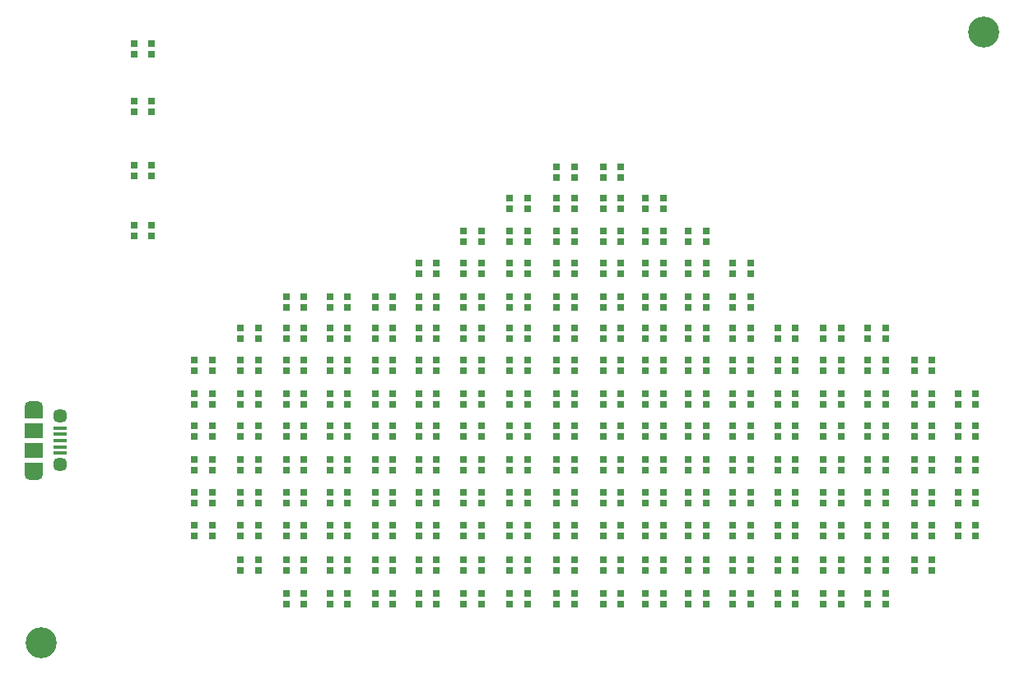
<source format=gts>
G04 #@! TF.GenerationSoftware,KiCad,Pcbnew,(5.1.9)-1*
G04 #@! TF.CreationDate,2021-06-06T22:24:57-05:00*
G04 #@! TF.ProjectId,AirCloud,41697243-6c6f-4756-942e-6b696361645f,rev?*
G04 #@! TF.SameCoordinates,Original*
G04 #@! TF.FileFunction,Soldermask,Top*
G04 #@! TF.FilePolarity,Negative*
%FSLAX46Y46*%
G04 Gerber Fmt 4.6, Leading zero omitted, Abs format (unit mm)*
G04 Created by KiCad (PCBNEW (5.1.9)-1) date 2021-06-06 22:24:58*
%MOMM*%
%LPD*%
G01*
G04 APERTURE LIST*
%ADD10R,0.700000X0.700000*%
%ADD11C,3.200000*%
%ADD12R,1.900000X1.500000*%
%ADD13C,1.450000*%
%ADD14R,1.350000X0.400000*%
%ADD15O,1.900000X1.200000*%
%ADD16R,1.900000X1.200000*%
G04 APERTURE END LIST*
D10*
X145885000Y-73150000D03*
X145885000Y-74250000D03*
X147715000Y-74250000D03*
X147715000Y-73150000D03*
X204715000Y-120450000D03*
X204715000Y-119350000D03*
X202885000Y-119350000D03*
X202885000Y-120450000D03*
X202885000Y-100250000D03*
X202885000Y-99150000D03*
X204715000Y-99150000D03*
X204715000Y-100250000D03*
X179785000Y-96850000D03*
X179785000Y-95750000D03*
X181615000Y-95750000D03*
X181615000Y-96850000D03*
X200315000Y-100250000D03*
X200315000Y-99150000D03*
X198485000Y-99150000D03*
X198485000Y-100250000D03*
X145885000Y-79050000D03*
X145885000Y-80150000D03*
X147715000Y-80150000D03*
X147715000Y-79050000D03*
X145885000Y-85650000D03*
X145885000Y-86750000D03*
X147715000Y-86750000D03*
X147715000Y-85650000D03*
X145885000Y-91850000D03*
X145885000Y-92950000D03*
X147715000Y-92950000D03*
X147715000Y-91850000D03*
D11*
X233300000Y-71900000D03*
X136300000Y-134800000D03*
D12*
X135562500Y-115000000D03*
D13*
X138262500Y-111500000D03*
D14*
X138262500Y-113350000D03*
X138262500Y-112700000D03*
X138262500Y-115300000D03*
X138262500Y-114650000D03*
X138262500Y-114000000D03*
D13*
X138262500Y-116500000D03*
D12*
X135562500Y-113000000D03*
D15*
X135562500Y-110500000D03*
X135562500Y-117500000D03*
D16*
X135562500Y-116900000D03*
X135562500Y-111100000D03*
D10*
X191165000Y-86900000D03*
X191165000Y-85800000D03*
X189335000Y-85800000D03*
X189335000Y-86900000D03*
X194135000Y-86900000D03*
X194135000Y-85800000D03*
X195965000Y-85800000D03*
X195965000Y-86900000D03*
X186365000Y-90150000D03*
X186365000Y-89050000D03*
X184535000Y-89050000D03*
X184535000Y-90150000D03*
X189335000Y-90150000D03*
X189335000Y-89050000D03*
X191165000Y-89050000D03*
X191165000Y-90150000D03*
X195965000Y-90150000D03*
X195965000Y-89050000D03*
X194135000Y-89050000D03*
X194135000Y-90150000D03*
X198485000Y-90150000D03*
X198485000Y-89050000D03*
X200315000Y-89050000D03*
X200315000Y-90150000D03*
X179785000Y-93500000D03*
X179785000Y-92400000D03*
X181615000Y-92400000D03*
X181615000Y-93500000D03*
X186365000Y-93500000D03*
X186365000Y-92400000D03*
X184535000Y-92400000D03*
X184535000Y-93500000D03*
X189335000Y-93500000D03*
X189335000Y-92400000D03*
X191165000Y-92400000D03*
X191165000Y-93500000D03*
X195965000Y-93500000D03*
X195965000Y-92400000D03*
X194135000Y-92400000D03*
X194135000Y-93500000D03*
X198485000Y-93500000D03*
X198485000Y-92400000D03*
X200315000Y-92400000D03*
X200315000Y-93500000D03*
X204715000Y-93500000D03*
X204715000Y-92400000D03*
X202885000Y-92400000D03*
X202885000Y-93500000D03*
X175185000Y-96850000D03*
X175185000Y-95750000D03*
X177015000Y-95750000D03*
X177015000Y-96850000D03*
X184535000Y-96850000D03*
X184535000Y-95750000D03*
X186365000Y-95750000D03*
X186365000Y-96850000D03*
X191165000Y-96850000D03*
X191165000Y-95750000D03*
X189335000Y-95750000D03*
X189335000Y-96850000D03*
X194135000Y-96850000D03*
X194135000Y-95750000D03*
X195965000Y-95750000D03*
X195965000Y-96850000D03*
X200315000Y-96850000D03*
X200315000Y-95750000D03*
X198485000Y-95750000D03*
X198485000Y-96850000D03*
X202885000Y-96850000D03*
X202885000Y-95750000D03*
X204715000Y-95750000D03*
X204715000Y-96850000D03*
X209315000Y-96850000D03*
X209315000Y-95750000D03*
X207485000Y-95750000D03*
X207485000Y-96850000D03*
X161535000Y-100250000D03*
X161535000Y-99150000D03*
X163365000Y-99150000D03*
X163365000Y-100250000D03*
X167865000Y-100250000D03*
X167865000Y-99150000D03*
X166035000Y-99150000D03*
X166035000Y-100250000D03*
X172515000Y-100250000D03*
X172515000Y-99150000D03*
X170685000Y-99150000D03*
X170685000Y-100250000D03*
X177015000Y-100250000D03*
X177015000Y-99150000D03*
X175185000Y-99150000D03*
X175185000Y-100250000D03*
X179785000Y-100250000D03*
X179785000Y-99150000D03*
X181615000Y-99150000D03*
X181615000Y-100250000D03*
X186365000Y-100250000D03*
X186365000Y-99150000D03*
X184535000Y-99150000D03*
X184535000Y-100250000D03*
X189335000Y-100250000D03*
X189335000Y-99150000D03*
X191165000Y-99150000D03*
X191165000Y-100250000D03*
X195965000Y-100250000D03*
X195965000Y-99150000D03*
X194135000Y-99150000D03*
X194135000Y-100250000D03*
X209315000Y-100250000D03*
X209315000Y-99150000D03*
X207485000Y-99150000D03*
X207485000Y-100250000D03*
X156835000Y-103550000D03*
X156835000Y-102450000D03*
X158665000Y-102450000D03*
X158665000Y-103550000D03*
X163365000Y-103500000D03*
X163365000Y-102400000D03*
X161535000Y-102400000D03*
X161535000Y-103500000D03*
X166035000Y-103500000D03*
X166035000Y-102400000D03*
X167865000Y-102400000D03*
X167865000Y-103500000D03*
X170685000Y-103500000D03*
X170685000Y-102400000D03*
X172515000Y-102400000D03*
X172515000Y-103500000D03*
X175185000Y-103500000D03*
X175185000Y-102400000D03*
X177015000Y-102400000D03*
X177015000Y-103500000D03*
X181615000Y-103500000D03*
X181615000Y-102400000D03*
X179785000Y-102400000D03*
X179785000Y-103500000D03*
X184535000Y-103500000D03*
X184535000Y-102400000D03*
X186365000Y-102400000D03*
X186365000Y-103500000D03*
X191165000Y-103500000D03*
X191165000Y-102400000D03*
X189335000Y-102400000D03*
X189335000Y-103500000D03*
X194135000Y-103500000D03*
X194135000Y-102400000D03*
X195965000Y-102400000D03*
X195965000Y-103500000D03*
X200315000Y-103500000D03*
X200315000Y-102400000D03*
X198485000Y-102400000D03*
X198485000Y-103500000D03*
X202885000Y-103500000D03*
X202885000Y-102400000D03*
X204715000Y-102400000D03*
X204715000Y-103500000D03*
X209315000Y-103500000D03*
X209315000Y-102400000D03*
X207485000Y-102400000D03*
X207485000Y-103500000D03*
X212085000Y-103500000D03*
X212085000Y-102400000D03*
X213915000Y-102400000D03*
X213915000Y-103500000D03*
X218615000Y-103500000D03*
X218615000Y-102400000D03*
X216785000Y-102400000D03*
X216785000Y-103500000D03*
X221385000Y-103500000D03*
X221385000Y-102400000D03*
X223215000Y-102400000D03*
X223215000Y-103500000D03*
X153915000Y-106850000D03*
X153915000Y-105750000D03*
X152085000Y-105750000D03*
X152085000Y-106850000D03*
X156835000Y-106850000D03*
X156835000Y-105750000D03*
X158665000Y-105750000D03*
X158665000Y-106850000D03*
X163365000Y-106850000D03*
X163365000Y-105750000D03*
X161535000Y-105750000D03*
X161535000Y-106850000D03*
X166035000Y-106850000D03*
X166035000Y-105750000D03*
X167865000Y-105750000D03*
X167865000Y-106850000D03*
X170685000Y-106850000D03*
X170685000Y-105750000D03*
X172515000Y-105750000D03*
X172515000Y-106850000D03*
X175185000Y-106850000D03*
X175185000Y-105750000D03*
X177015000Y-105750000D03*
X177015000Y-106850000D03*
X181615000Y-106850000D03*
X181615000Y-105750000D03*
X179785000Y-105750000D03*
X179785000Y-106850000D03*
X184535000Y-106850000D03*
X184535000Y-105750000D03*
X186365000Y-105750000D03*
X186365000Y-106850000D03*
X191165000Y-106850000D03*
X191165000Y-105750000D03*
X189335000Y-105750000D03*
X189335000Y-106850000D03*
X195965000Y-106850000D03*
X195965000Y-105750000D03*
X194135000Y-105750000D03*
X194135000Y-106850000D03*
X198485000Y-106850000D03*
X198485000Y-105750000D03*
X200315000Y-105750000D03*
X200315000Y-106850000D03*
X204715000Y-106850000D03*
X204715000Y-105750000D03*
X202885000Y-105750000D03*
X202885000Y-106850000D03*
X207485000Y-106850000D03*
X207485000Y-105750000D03*
X209315000Y-105750000D03*
X209315000Y-106850000D03*
X213915000Y-106850000D03*
X213915000Y-105750000D03*
X212085000Y-105750000D03*
X212085000Y-106850000D03*
X216785000Y-106850000D03*
X216785000Y-105750000D03*
X218615000Y-105750000D03*
X218615000Y-106850000D03*
X223215000Y-106850000D03*
X223215000Y-105750000D03*
X221385000Y-105750000D03*
X221385000Y-106850000D03*
X226135000Y-106850000D03*
X226135000Y-105750000D03*
X227965000Y-105750000D03*
X227965000Y-106850000D03*
X153915000Y-110250000D03*
X153915000Y-109150000D03*
X152085000Y-109150000D03*
X152085000Y-110250000D03*
X156835000Y-110250000D03*
X156835000Y-109150000D03*
X158665000Y-109150000D03*
X158665000Y-110250000D03*
X163365000Y-110250000D03*
X163365000Y-109150000D03*
X161535000Y-109150000D03*
X161535000Y-110250000D03*
X166035000Y-110250000D03*
X166035000Y-109150000D03*
X167865000Y-109150000D03*
X167865000Y-110250000D03*
X170685000Y-110250000D03*
X170685000Y-109150000D03*
X172515000Y-109150000D03*
X172515000Y-110250000D03*
X175185000Y-110250000D03*
X175185000Y-109150000D03*
X177015000Y-109150000D03*
X177015000Y-110250000D03*
X181615000Y-110250000D03*
X181615000Y-109150000D03*
X179785000Y-109150000D03*
X179785000Y-110250000D03*
X184535000Y-110250000D03*
X184535000Y-109150000D03*
X186365000Y-109150000D03*
X186365000Y-110250000D03*
X191165000Y-110250000D03*
X191165000Y-109150000D03*
X189335000Y-109150000D03*
X189335000Y-110250000D03*
X194135000Y-110250000D03*
X194135000Y-109150000D03*
X195965000Y-109150000D03*
X195965000Y-110250000D03*
X200315000Y-110250000D03*
X200315000Y-109150000D03*
X198485000Y-109150000D03*
X198485000Y-110250000D03*
X202885000Y-110250000D03*
X202885000Y-109150000D03*
X204715000Y-109150000D03*
X204715000Y-110250000D03*
X209315000Y-110250000D03*
X209315000Y-109150000D03*
X207485000Y-109150000D03*
X207485000Y-110250000D03*
X212085000Y-110250000D03*
X212085000Y-109150000D03*
X213915000Y-109150000D03*
X213915000Y-110250000D03*
X218615000Y-110250000D03*
X218615000Y-109150000D03*
X216785000Y-109150000D03*
X216785000Y-110250000D03*
X221385000Y-110250000D03*
X221385000Y-109150000D03*
X223215000Y-109150000D03*
X223215000Y-110250000D03*
X227965000Y-110250000D03*
X227965000Y-109150000D03*
X226135000Y-109150000D03*
X226135000Y-110250000D03*
X230635000Y-110250000D03*
X230635000Y-109150000D03*
X232465000Y-109150000D03*
X232465000Y-110250000D03*
X153915000Y-113550000D03*
X153915000Y-112450000D03*
X152085000Y-112450000D03*
X152085000Y-113550000D03*
X156835000Y-113550000D03*
X156835000Y-112450000D03*
X158665000Y-112450000D03*
X158665000Y-113550000D03*
X163365000Y-113550000D03*
X163365000Y-112450000D03*
X161535000Y-112450000D03*
X161535000Y-113550000D03*
X166035000Y-113550000D03*
X166035000Y-112450000D03*
X167865000Y-112450000D03*
X167865000Y-113550000D03*
X170685000Y-113550000D03*
X170685000Y-112450000D03*
X172515000Y-112450000D03*
X172515000Y-113550000D03*
X175185000Y-113550000D03*
X175185000Y-112450000D03*
X177015000Y-112450000D03*
X177015000Y-113550000D03*
X181615000Y-113550000D03*
X181615000Y-112450000D03*
X179785000Y-112450000D03*
X179785000Y-113550000D03*
X184535000Y-113550000D03*
X184535000Y-112450000D03*
X186365000Y-112450000D03*
X186365000Y-113550000D03*
X191165000Y-113550000D03*
X191165000Y-112450000D03*
X189335000Y-112450000D03*
X189335000Y-113550000D03*
X194135000Y-113550000D03*
X194135000Y-112450000D03*
X195965000Y-112450000D03*
X195965000Y-113550000D03*
X200315000Y-113550000D03*
X200315000Y-112450000D03*
X198485000Y-112450000D03*
X198485000Y-113550000D03*
X202885000Y-113550000D03*
X202885000Y-112450000D03*
X204715000Y-112450000D03*
X204715000Y-113550000D03*
X209315000Y-113550000D03*
X209315000Y-112450000D03*
X207485000Y-112450000D03*
X207485000Y-113550000D03*
X212085000Y-113550000D03*
X212085000Y-112450000D03*
X213915000Y-112450000D03*
X213915000Y-113550000D03*
X216785000Y-113550000D03*
X216785000Y-112450000D03*
X218615000Y-112450000D03*
X218615000Y-113550000D03*
X221385000Y-113550000D03*
X221385000Y-112450000D03*
X223215000Y-112450000D03*
X223215000Y-113550000D03*
X227965000Y-113550000D03*
X227965000Y-112450000D03*
X226135000Y-112450000D03*
X226135000Y-113550000D03*
X230635000Y-113550000D03*
X230635000Y-112450000D03*
X232465000Y-112450000D03*
X232465000Y-113550000D03*
X153915000Y-117050000D03*
X153915000Y-115950000D03*
X152085000Y-115950000D03*
X152085000Y-117050000D03*
X156835000Y-117050000D03*
X156835000Y-115950000D03*
X158665000Y-115950000D03*
X158665000Y-117050000D03*
X163365000Y-117050000D03*
X163365000Y-115950000D03*
X161535000Y-115950000D03*
X161535000Y-117050000D03*
X166035000Y-117050000D03*
X166035000Y-115950000D03*
X167865000Y-115950000D03*
X167865000Y-117050000D03*
X170685000Y-117050000D03*
X170685000Y-115950000D03*
X172515000Y-115950000D03*
X172515000Y-117050000D03*
X175185000Y-117050000D03*
X175185000Y-115950000D03*
X177015000Y-115950000D03*
X177015000Y-117050000D03*
X181615000Y-117050000D03*
X181615000Y-115950000D03*
X179785000Y-115950000D03*
X179785000Y-117050000D03*
X184535000Y-117050000D03*
X184535000Y-115950000D03*
X186365000Y-115950000D03*
X186365000Y-117050000D03*
X191165000Y-117050000D03*
X191165000Y-115950000D03*
X189335000Y-115950000D03*
X189335000Y-117050000D03*
X194135000Y-117050000D03*
X194135000Y-115950000D03*
X195965000Y-115950000D03*
X195965000Y-117050000D03*
X200315000Y-117050000D03*
X200315000Y-115950000D03*
X198485000Y-115950000D03*
X198485000Y-117050000D03*
X204715000Y-117050000D03*
X204715000Y-115950000D03*
X202885000Y-115950000D03*
X202885000Y-117050000D03*
X207485000Y-117050000D03*
X207485000Y-115950000D03*
X209315000Y-115950000D03*
X209315000Y-117050000D03*
X213915000Y-117050000D03*
X213915000Y-115950000D03*
X212085000Y-115950000D03*
X212085000Y-117050000D03*
X216785000Y-117050000D03*
X216785000Y-115950000D03*
X218615000Y-115950000D03*
X218615000Y-117050000D03*
X223215000Y-117050000D03*
X223215000Y-115950000D03*
X221385000Y-115950000D03*
X221385000Y-117050000D03*
X226135000Y-117050000D03*
X226135000Y-115950000D03*
X227965000Y-115950000D03*
X227965000Y-117050000D03*
X232465000Y-117050000D03*
X232465000Y-115950000D03*
X230635000Y-115950000D03*
X230635000Y-117050000D03*
X152085000Y-120450000D03*
X152085000Y-119350000D03*
X153915000Y-119350000D03*
X153915000Y-120450000D03*
X158665000Y-120450000D03*
X158665000Y-119350000D03*
X156835000Y-119350000D03*
X156835000Y-120450000D03*
X161535000Y-120450000D03*
X161535000Y-119350000D03*
X163365000Y-119350000D03*
X163365000Y-120450000D03*
X167865000Y-120450000D03*
X167865000Y-119350000D03*
X166035000Y-119350000D03*
X166035000Y-120450000D03*
X172515000Y-120450000D03*
X172515000Y-119350000D03*
X170685000Y-119350000D03*
X170685000Y-120450000D03*
X177015000Y-120450000D03*
X177015000Y-119350000D03*
X175185000Y-119350000D03*
X175185000Y-120450000D03*
X179785000Y-120450000D03*
X179785000Y-119350000D03*
X181615000Y-119350000D03*
X181615000Y-120450000D03*
X186365000Y-120450000D03*
X186365000Y-119350000D03*
X184535000Y-119350000D03*
X184535000Y-120450000D03*
X189335000Y-120450000D03*
X189335000Y-119350000D03*
X191165000Y-119350000D03*
X191165000Y-120450000D03*
X195965000Y-120450000D03*
X195965000Y-119350000D03*
X194135000Y-119350000D03*
X194135000Y-120450000D03*
X198485000Y-120450000D03*
X198485000Y-119350000D03*
X200315000Y-119350000D03*
X200315000Y-120450000D03*
X207485000Y-120450000D03*
X207485000Y-119350000D03*
X209315000Y-119350000D03*
X209315000Y-120450000D03*
X213915000Y-120450000D03*
X213915000Y-119350000D03*
X212085000Y-119350000D03*
X212085000Y-120450000D03*
X216785000Y-120450000D03*
X216785000Y-119350000D03*
X218615000Y-119350000D03*
X218615000Y-120450000D03*
X223215000Y-120450000D03*
X223215000Y-119350000D03*
X221385000Y-119350000D03*
X221385000Y-120450000D03*
X226135000Y-120450000D03*
X226135000Y-119350000D03*
X227965000Y-119350000D03*
X227965000Y-120450000D03*
X232465000Y-120450000D03*
X232465000Y-119350000D03*
X230635000Y-119350000D03*
X230635000Y-120450000D03*
X152085000Y-123850000D03*
X152085000Y-122750000D03*
X153915000Y-122750000D03*
X153915000Y-123850000D03*
X158665000Y-123850000D03*
X158665000Y-122750000D03*
X156835000Y-122750000D03*
X156835000Y-123850000D03*
X161535000Y-123850000D03*
X161535000Y-122750000D03*
X163365000Y-122750000D03*
X163365000Y-123850000D03*
X167865000Y-123850000D03*
X167865000Y-122750000D03*
X166035000Y-122750000D03*
X166035000Y-123850000D03*
X172515000Y-123850000D03*
X172515000Y-122750000D03*
X170685000Y-122750000D03*
X170685000Y-123850000D03*
X177015000Y-123850000D03*
X177015000Y-122750000D03*
X175185000Y-122750000D03*
X175185000Y-123850000D03*
X179785000Y-123850000D03*
X179785000Y-122750000D03*
X181615000Y-122750000D03*
X181615000Y-123850000D03*
X186365000Y-123850000D03*
X186365000Y-122750000D03*
X184535000Y-122750000D03*
X184535000Y-123850000D03*
X189335000Y-123850000D03*
X189335000Y-122750000D03*
X191165000Y-122750000D03*
X191165000Y-123850000D03*
X195965000Y-123850000D03*
X195965000Y-122750000D03*
X194135000Y-122750000D03*
X194135000Y-123850000D03*
X198485000Y-123850000D03*
X198485000Y-122750000D03*
X200315000Y-122750000D03*
X200315000Y-123850000D03*
X204715000Y-123850000D03*
X204715000Y-122750000D03*
X202885000Y-122750000D03*
X202885000Y-123850000D03*
X207485000Y-123850000D03*
X207485000Y-122750000D03*
X209315000Y-122750000D03*
X209315000Y-123850000D03*
X213915000Y-123850000D03*
X213915000Y-122750000D03*
X212085000Y-122750000D03*
X212085000Y-123850000D03*
X216785000Y-123850000D03*
X216785000Y-122750000D03*
X218615000Y-122750000D03*
X218615000Y-123850000D03*
X223215000Y-123850000D03*
X223215000Y-122750000D03*
X221385000Y-122750000D03*
X221385000Y-123850000D03*
X226135000Y-123850000D03*
X226135000Y-122750000D03*
X227965000Y-122750000D03*
X227965000Y-123850000D03*
X230635000Y-123850000D03*
X230635000Y-122750000D03*
X232465000Y-122750000D03*
X232465000Y-123850000D03*
X158665000Y-127350000D03*
X158665000Y-126250000D03*
X156835000Y-126250000D03*
X156835000Y-127350000D03*
X161535000Y-127350000D03*
X161535000Y-126250000D03*
X163365000Y-126250000D03*
X163365000Y-127350000D03*
X167865000Y-127350000D03*
X167865000Y-126250000D03*
X166035000Y-126250000D03*
X166035000Y-127350000D03*
X172515000Y-127350000D03*
X172515000Y-126250000D03*
X170685000Y-126250000D03*
X170685000Y-127350000D03*
X177015000Y-127350000D03*
X177015000Y-126250000D03*
X175185000Y-126250000D03*
X175185000Y-127350000D03*
X179785000Y-127350000D03*
X179785000Y-126250000D03*
X181615000Y-126250000D03*
X181615000Y-127350000D03*
X186365000Y-127350000D03*
X186365000Y-126250000D03*
X184535000Y-126250000D03*
X184535000Y-127350000D03*
X189335000Y-127350000D03*
X189335000Y-126250000D03*
X191165000Y-126250000D03*
X191165000Y-127350000D03*
X195965000Y-127350000D03*
X195965000Y-126250000D03*
X194135000Y-126250000D03*
X194135000Y-127350000D03*
X200315000Y-127350000D03*
X200315000Y-126250000D03*
X198485000Y-126250000D03*
X198485000Y-127350000D03*
X204715000Y-127350000D03*
X204715000Y-126250000D03*
X202885000Y-126250000D03*
X202885000Y-127350000D03*
X207485000Y-127350000D03*
X207485000Y-126250000D03*
X209315000Y-126250000D03*
X209315000Y-127350000D03*
X213915000Y-127350000D03*
X213915000Y-126250000D03*
X212085000Y-126250000D03*
X212085000Y-127350000D03*
X216785000Y-127350000D03*
X216785000Y-126250000D03*
X218615000Y-126250000D03*
X218615000Y-127350000D03*
X223215000Y-127350000D03*
X223215000Y-126250000D03*
X221385000Y-126250000D03*
X221385000Y-127350000D03*
X226135000Y-127350000D03*
X226135000Y-126250000D03*
X227965000Y-126250000D03*
X227965000Y-127350000D03*
X163365000Y-130850000D03*
X163365000Y-129750000D03*
X161535000Y-129750000D03*
X161535000Y-130850000D03*
X166035000Y-130850000D03*
X166035000Y-129750000D03*
X167865000Y-129750000D03*
X167865000Y-130850000D03*
X170685000Y-130850000D03*
X170685000Y-129750000D03*
X172515000Y-129750000D03*
X172515000Y-130850000D03*
X177015000Y-130850000D03*
X177015000Y-129750000D03*
X175185000Y-129750000D03*
X175185000Y-130850000D03*
X179785000Y-130850000D03*
X179785000Y-129750000D03*
X181615000Y-129750000D03*
X181615000Y-130850000D03*
X186365000Y-130850000D03*
X186365000Y-129750000D03*
X184535000Y-129750000D03*
X184535000Y-130850000D03*
X189335000Y-130850000D03*
X189335000Y-129750000D03*
X191165000Y-129750000D03*
X191165000Y-130850000D03*
X195965000Y-130850000D03*
X195965000Y-129750000D03*
X194135000Y-129750000D03*
X194135000Y-130850000D03*
X198485000Y-130850000D03*
X198485000Y-129750000D03*
X200315000Y-129750000D03*
X200315000Y-130850000D03*
X204715000Y-130850000D03*
X204715000Y-129750000D03*
X202885000Y-129750000D03*
X202885000Y-130850000D03*
X207485000Y-130850000D03*
X207485000Y-129750000D03*
X209315000Y-129750000D03*
X209315000Y-130850000D03*
X212085000Y-130850000D03*
X212085000Y-129750000D03*
X213915000Y-129750000D03*
X213915000Y-130850000D03*
X218615000Y-130850000D03*
X218615000Y-129750000D03*
X216785000Y-129750000D03*
X216785000Y-130850000D03*
X221385000Y-130850000D03*
X221385000Y-129750000D03*
X223215000Y-129750000D03*
X223215000Y-130850000D03*
M02*

</source>
